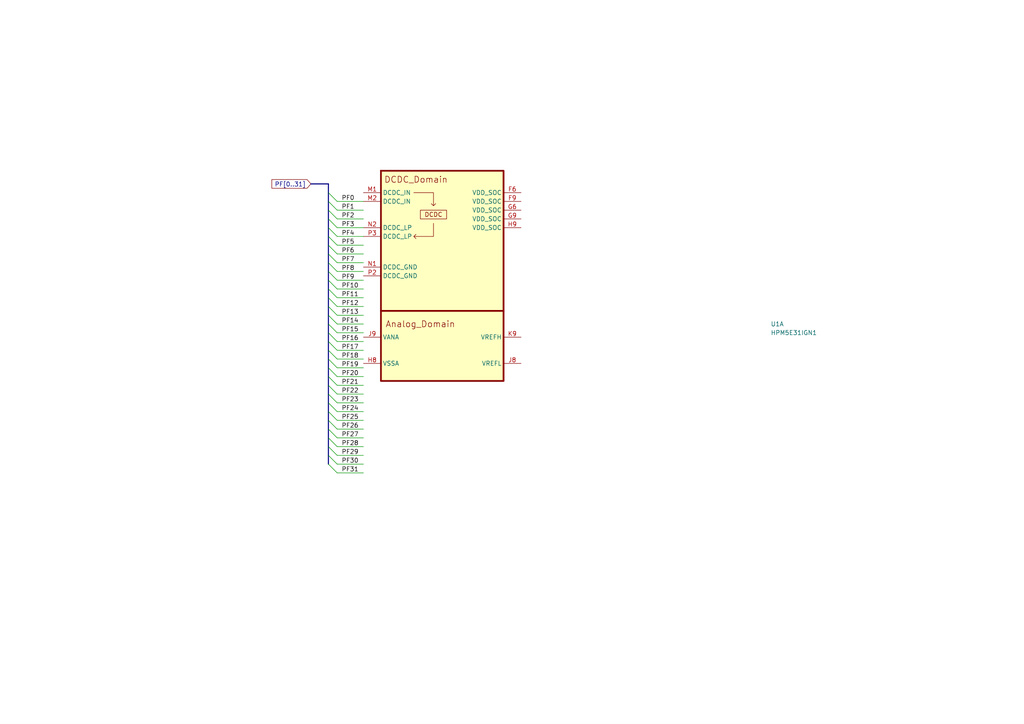
<source format=kicad_sch>
(kicad_sch (version 20250114) (generator "eeschema") (generator_version "9.0")
  (paper "A4")
  (lib_symbols
    (symbol "HPM5E00_Library:HPM5E31IGN1"
      (property "Reference" "U" (at 2.54 1.27 0))
      (property "Value" "HPM5E31IGN1" (at 12.7 1.27 0))
      (symbol "HPM5E31IGN1_1_1"
        (rectangle (start 0 0) (end 35.56 -60.96) (stroke (width 0.508)) (fill (type background)))
        (polyline (pts (xy 0 -40.64) (xy 35.56 -40.64)) (stroke (width 0.508)))
        (polyline (pts (xy 9.525 -6.35) (xy 15.24 -6.35) (xy 15.24 -10.16) (xy 14.605 -9.525) (xy 15.24 -10.16) (xy 15.875 -9.525)))
        (rectangle (start 11.43 -11.43) (end 19.05 -13.97))
        (polyline (pts (xy 15.24 -15.24) (xy 15.24 -19.05) (xy 9.525 -19.05) (xy 10.16 -18.415) (xy 9.525 -19.05) (xy 10.16 -19.685)))
        (text "DCDC_Domain" (at 10.16 -2.54 0) (effects (font (size 1.778 1.778))))
        (text "Analog_Domain" (at 11.43 -44.45 0) (effects (font (size 1.778 1.778))))
        (text "DCDC" (at 15.24 -12.7 0) (effects (font (size 1.27 1.27))))
        (pin power_in line (at -5.08 -6.35 0) (length 5.08) (name "DCDC_IN") (number "M1"))
        (pin power_in line (at -5.08 -8.89 0) (length 5.08) (name "DCDC_IN") (number "M2"))
        (pin power_in line (at -5.08 -16.51 0) (length 5.08) (name "DCDC_LP") (number "N2"))
        (pin power_in line (at -5.08 -19.05 0) (length 5.08) (name "DCDC_LP") (number "P3"))
        (pin power_in line (at -5.08 -27.94 0) (length 5.08) (name "DCDC_GND") (number "N1"))
        (pin power_in line (at -5.08 -30.48 0) (length 5.08) (name "DCDC_GND") (number "P2"))
        (pin power_in line (at -5.08 -48.26 0) (length 5.08) (name "VANA") (number "J9"))
        (pin power_in line (at -5.08 -55.88 0) (length 5.08) (name "VSSA") (number "H8"))
        (pin power_in line (at 40.64 -6.35 180) (length 5.08) (name "VDD_SOC") (number "F6"))
        (pin power_in line (at 40.64 -8.89 180) (length 5.08) (name "VDD_SOC") (number "F9"))
        (pin power_in line (at 40.64 -11.43 180) (length 5.08) (name "VDD_SOC") (number "G6"))
        (pin power_in line (at 40.64 -13.97 180) (length 5.08) (name "VDD_SOC") (number "G9"))
        (pin power_in line (at 40.64 -16.51 180) (length 5.08) (name "VDD_SOC") (number "H9"))
        (pin power_in line (at 40.64 -48.26 180) (length 5.08) (name "VREFH") (number "K9"))
        (pin power_in line (at 40.64 -55.88 180) (length 5.08) (name "VREFL") (number "J8"))
      )
      (symbol "HPM5E31IGN1_2_1"
        (rectangle (start 0 0) (end 35.56 -27.94) (stroke (width 0.508)) (fill (type background)))
        (pin power_in line (at -5.08 -5.08 0) (length 5.08) (name "VSS") (number "A1"))
        (pin power_in line (at -5.08 -7.62 0) (length 5.08) (name "VSS") (number "A14"))
        (pin power_in line (at -5.08 -10.16 0) (length 5.08) (name "VSS") (number "E5"))
        (pin power_in line (at -5.08 -12.7 0) (length 5.08) (name "VSS") (number "E10"))
        (pin power_in line (at -5.08 -15.24 0) (length 5.08) (name "VSS") (number "F7"))
        (pin power_in line (at -5.08 -17.78 0) (length 5.08) (name "VSS") (number "F8"))
        (pin power_in line (at -5.08 -20.32 0) (length 5.08) (name "VSS") (number "G7"))
        (pin power_in line (at -5.08 -22.86 0) (length 5.08) (name "VSS") (number "G8"))
        (pin power_in line (at 40.64 -5.08 180) (length 5.08) (name "VSS") (number "H7"))
        (pin power_in line (at 40.64 -7.62 180) (length 5.08) (name "VSS") (number "J7"))
        (pin power_in line (at 40.64 -10.16 180) (length 5.08) (name "VSS") (number "K5"))
        (pin power_in line (at 40.64 -12.7 180) (length 5.08) (name "VSS") (number "K10"))
        (pin power_in line (at 40.64 -15.24 180) (length 5.08) (name "VSS") (number "N3"))
        (pin power_in line (at 40.64 -17.78 180) (length 5.08) (name "VSS") (number "P1"))
        (pin power_in line (at 40.64 -20.32 180) (length 5.08) (name "VSS") (number "P14"))
      )
      (symbol "HPM5E31IGN1_3_1"
        (rectangle (start 0 0) (end 35.56 -45.72) (stroke (width 0.508)) (fill (type background)))
        (polyline (pts (xy 0 -25.4) (xy 35.56 -25.4)) (stroke (width 0.508)))
        (pin input line (at -5.08 -6.35 0) (length 5.08) (name "XTALI") (number "K14"))
        (pin input line (at -5.08 -16.51 0) (length 5.08) (name "XTALO") (number "K13"))
        (pin input line (at -5.08 -33.02 0) (length 5.08) (name "USB0_VBUS") (number "L12"))
        (pin input line (at 40.64 -6.35 180) (length 5.08) (name "RSTN") (number "M3"))
        (pin input line (at 40.64 -16.51 180) (length 5.08) (name "WKUP") (number "L3"))
        (pin input line (at 40.64 -33.02 180) (length 5.08) (name "USB0_DP") (number "L14"))
        (pin input line (at 40.64 -39.37 180) (length 5.08) (name "USB0_DN") (number "L13"))
      )
      (symbol "HPM5E31IGN1_4_1"
        (rectangle (start 0 0) (end 107.95 -96.52) (stroke (width 0.508)) (fill (type background)))
        (polyline (pts (xy 0 -17.78) (xy 107.95 -17.78)) (stroke (width 0.508)))
        (polyline (pts (xy 0 -46.99) (xy 107.95 -46.99)) (stroke (width 0.508) (type dash)))
        (text "PA00-PA09" (at 27.94 -15.24 0) (effects (font (size 2.54 2.54) (italic yes))))
        (text "PA16-PA31" (at 27.94 -49.53 0) (effects (font (size 2.54 2.54) (italic yes))))
        (pin input line (at -5.08 -3.81 0) (length 5.08) (name "VIO_B01") (number "E6"))
        (pin input line (at -5.08 -6.35 0) (length 5.08) (name "VIO_B01") (number "E7"))
        (pin input line (at -5.08 -8.89 0) (length 5.08) (name "VIO_B01") (number "E8"))
        (pin input line (at -5.08 -11.43 0) (length 5.08) (name "VIO_B01") (number "E9"))
        (pin input line (at -5.08 -13.97 0) (length 5.08) (name "VIO_B01") (number "K6"))
        (pin input line (at -5.08 -21.59 0) (length 5.08) (name "PA00/GPTMR1.COMP0/UART0.TXD/MCAN0.TXD/PWM0.P0/TRGM.P00/SYSCTL.CLK_OBS0") (number "G2"))
        (pin input line (at -5.08 -24.13 0) (length 5.08) (name "PA01/GPTMR1.CAPT0/UART0.RXD/MCAN0.RXD/PWM0.P1/TRGM.P01/SYSCTL.CLK_OBS2") (number "G3"))
        (pin input line (at -5.08 -26.67 0) (length 5.08) (name "PA02/GPTMR1.COMP1/UART0.DE/UART0.RTS/I2C2.SCL/MCAN0.STBY/PWM0.P2/TRGM.P02/SYSCTL.CLK_OBS1") (number "G4"))
        (pin input line (at -5.08 -29.21 0) (length 5.08) (name "PA03/GPTMR1.CAPT1/UART0.CTS/I2C2.SDA/MCAN1.STBY/PWM0.P3/TRGM.P03/SYSCTL.CLK_OBS3") (number "G5"))
        (pin input line (at -5.08 -31.75 0) (length 5.08) (name "PA04/UART1.CTS/SPI1.SCLK/MCAN1.RXD/PWM0.P4/TRGM.P04/JTAG.TDO") (number "F2"))
        (pin input line (at -5.08 -34.29 0) (length 5.08) (name "PA05/GPTMR1.COMP2/UART1.DE/UART1.RTS/SPI1.CS0/MCAN1.TXD/PWM0.P5/TRGM.P05/JTAG.TDI") (number "F3"))
        (pin input line (at -5.08 -36.83 0) (length 5.08) (name "PA06/GPTMR0.CAPT0/UART1.RXD/I2C3.SDA/SPI1.MISO/PWM0.P6/TRGM.P06/JTAG.TCK") (number "F4"))
        (pin input line (at -5.08 -39.37 0) (length 5.08) (name "PA07/GPTMR0.COMP0/UART1.TXD/I2C3.SCL/SPI1.MOSI/PWM0.P7/TRGM.P07/JTAG.TMS") (number "F5"))
        (pin input line (at -5.08 -41.91 0) (length 5.08) (name "PA08/GPTMR0.COMP1/UART2.TXD/I2C0.SCL/MCAN2.TXD/PWM1.P0/TRGM.P08/JTAG.TRST") (number "G1"))
        (pin input line (at -5.08 -44.45 0) (length 5.08) (name "PA09/GPTMR0.CAPT1/UART2.RXD/I2C0.SDA/MCAN2.RXD/ESC0.REFCK/PWM1.P1/TRGM.P09") (number "F1"))
        (pin input line (at -5.08 -53.34 0) (length 5.08) (name "PA16/GPTMR3.COMP0/UART4.TXD/ESC0.P0_RXDV/QEO1.A/SDM0.DAT3/EUI0.CK") (number "L1"))
        (pin input line (at -5.08 -55.88 0) (length 5.08) (name "PA17/GPTMR3.CAPT0/UART4.RXD/ESC0.P0_RXD0/QEO1.B/SDM0.CLK3/EUI0.SH") (number "L2"))
        (pin input line (at -5.08 -58.42 0) (length 5.08) (name "PA18/GPTMR3.COMP1/UART4.DE/UART4.RTS/ESC0.P0_RXD1/QEO1.Z/SDM0.DAT2/EUI0.DI") (number "K1"))
        (pin input line (at -5.08 -60.96 0) (length 5.08) (name "PA19/GPTMR3.CAPT1/UART4.CTS/SPI3.CS3/ESC0.P0_RXD2/SDM0.CLK2/EUI0.DO") (number "K2"))
        (pin input line (at -5.08 -63.5 0) (length 5.08) (name "PA20/UART5.CTS/SPI2.SCLK/ESC0.P0_RXD3/SDM0.DAT1") (number "J1"))
        (pin input line (at -5.08 -66.04 0) (length 5.08) (name "PA21/GPTMR3.COMP2/UART5.DE/UART5.RTS/SPI2.CS0/ESC0.P0_RXCK/QEO0.Z/SDM0.CLK1/OWR0.DAT") (number "J2"))
        (pin input line (at -5.08 -68.58 0) (length 5.08) (name "PA22/GPTMR2.CAPT0/UART5.RXD/SPI2.MISO/ETH0.TXER/QEO0.B/SDM0.DAT0/OWR1.DAT") (number "H1"))
        (pin input line (at -5.08 -71.12 0) (length 5.08) (name "PA23/GPTMR2.COMP0/UART5.TXD/SPI2.MOSI/ESC0.P0_RXER/ETH0.RXER/QEO0.A/SDM0.CLK0") (number "H2"))
        (pin input line (at -5.08 -73.66 0) (length 5.08) (name "PA24/GPTMR2.COMP1/UART6.TXD/SPI3.CS2/ESC0.P0_TXCK") (number "K3"))
        (pin input line (at -5.08 -76.2 0) (length 5.08) (name "PA25/GPTMR2.CAPT1/UART6.RXD/SPI3.CS1/ESC0.P0_TXD0/ESC0.CTR0") (number "K4"))
        (pin input line (at -5.08 -78.74 0) (length 5.08) (name "PA26/GPTMR2.COMP2/UART6.DE/UART6.RTS/SPI3.SCLK/ESC0.P0_TXD1/QEI1.H1/EWDG0.RST") (number "J3"))
        (pin input line (at -5.08 -81.28 0) (length 5.08) (name "PA27/UART6.CTS/SPI3.CS0/ESC0.P0_TXD2/QEI1.F") (number "J4"))
        (pin input line (at -5.08 -83.82 0) (length 5.08) (name "PA28/UART7.CTS/SPI3.MISO/ESC0.P0_TXD3/ESC0.CTR1/QEI1.H0") (number "J5"))
        (pin input line (at -5.08 -86.36 0) (length 5.08) (name "PA29/GPTMR3.COMP3/UART7.DE/UART7.RTS/SPI3.MOSI/ESC0.P0_TXEN/QEI1.Z") (number "H3"))
        (pin input line (at -5.08 -88.9 0) (length 5.08) (name "PA30/UART7.RXD/SPI3.DAT2/ESC0.MDIO/ETH0.MDIO/QEI1.A") (number "H4"))
        (pin input line (at -5.08 -91.44 0) (length 5.08) (name "PA31/GPTMR2.COMP3/UART7.TXD/SPI3.DAT3/ESC0.MDC/ETH0.MDC/QEI1.B") (number "H5"))
      )
      (symbol "HPM5E31IGN1_5_1"
        (rectangle (start 0 0) (end 95.25 -67.31) (stroke (width 0.508)) (fill (type background)))
        (polyline (pts (xy 0 -6.35) (xy 95.25 -6.35)) (stroke (width 0.508)))
        (polyline (pts (xy 0 -39.37) (xy 95.25 -39.37)) (stroke (width 0.508) (type dash)))
        (text "PB00-PB11" (at 26.67 -3.81 0) (effects (font (size 2.54 2.54) (italic yes))))
        (text "PB24-PB31" (at 26.67 -41.91 0) (effects (font (size 2.54 2.54) (italic yes))))
        (pin input line (at -5.08 -8.89 0) (length 5.08) (name "PB00/MCAN0.TXD/ESC0.P0_RXDV/PWM0.P0/TRGM.P00/ETH0.RXDV/QEO1.A") (number "E1"))
        (pin input line (at -5.08 -11.43 0) (length 5.08) (name "PB01/MCAN0.RXD/ESC0.P0_RXD0/PWM0.P1/TRGM.P01/ETH0.RXD0/QEO1.B") (number "E2"))
        (pin input line (at -5.08 -13.97 0) (length 5.08) (name "PB02/I2C2.SCL/MCAN0.STBY/ESC0.P0_RXD1/PWM0.P2/TRGM.P02/ETH0.RXD1/QEI0.H1/QEO1.Z") (number "D1"))
        (pin input line (at -5.08 -16.51 0) (length 5.08) (name "PB03/I2C2.SDA/MCAN1.STBY/ESC0.P0_RXD2/PWM0.P3/TRGM.P03/ETH0.RXD2/QEI0.F") (number "D2"))
        (pin input line (at -5.08 -19.05 0) (length 5.08) (name "PB04/MCAN1.RXD/ESC0.P0_RXD3/PWM0.P4/TRGM.P04/ETH0.RXD3/QEI0.H0") (number "C1"))
        (pin input line (at -5.08 -21.59 0) (length 5.08) (name "PB05/MCAN1.TXD/ESC0.P0_RXCK/PWM0.P5/TRGM.P05/ETH0.RXCK/QEI0.Z/QEO0.Z") (number "C2"))
        (pin input line (at -5.08 -24.13 0) (length 5.08) (name "PB06/I2C3.SDA/ESC0.P0_TXCK/PWM0.P6/TRGM.P06/ETH0.TXCK/QEI0.B/QEO0.B") (number "E3"))
        (pin input line (at -5.08 -26.67 0) (length 5.08) (name "PB07/I2C3.SCL/ESC0.P0_TXD0/PWM0.P7/TRGM.P07/ETH0.TXD0/QEI0.A/QEO0.A") (number "E4"))
        (pin input line (at -5.08 -29.21 0) (length 5.08) (name "PB08/I2C0.SCL/MCAN2.TXD/ESC0.P0_TXD1/PWM1.P0/TRGM.P08/ETH0.TXD1") (number "D3"))
        (pin input line (at -5.08 -31.75 0) (length 5.08) (name "PB09/I2C0.SDA/MCAN2.RXD/ESC0.P0_TXD2/PWM1.P1/TRGM.P09/ETH0.TXD2") (number "D4"))
        (pin input line (at -5.08 -34.29 0) (length 5.08) (name "PB10/MCAN2.STBY/ESC0.P0_TXD3/PWM1.P2/TRGM.P10/ETH0.TXD3") (number "C3"))
        (pin input line (at -5.08 -36.83 0) (length 5.08) (name "PB11/ESC0.P0_TXEN/PWM1.P3/TRGM.P11/ETH0.TXEN") (number "C4"))
        (pin input line (at -5.08 -45.72 0) (length 5.08) (name "PB24/ESC0.CTR4/XPI0.CA_CS1/SDM0.CLK3/ETH0.EVTI0/ESC0.EVTI0") (number "A2"))
        (pin input line (at -5.08 -48.26 0) (length 5.08) (name "PB25/ESC0.CTR5/XPI0.CA_DQS/SDM0.DAT3/ETH0.EVTO0/ESC0.EVTO0") (number "B1"))
        (pin input line (at -5.08 -50.8 0) (length 5.08) (name "PB26/ESC0.CTR6/XPI0.CA_D2/QEI1.H1/SDM0.CLK2/ETH0.EVTI1/EUI1.CK/ESC0.EVTI1") (number "A3"))
        (pin input line (at -5.08 -53.34 0) (length 5.08) (name "PB27/ESC0.CTR7/XPI0.CA_D0/QEI1.F/SDM0.DAT2/EUI1.SH") (number "B2"))
        (pin input line (at -5.08 -55.88 0) (length 5.08) (name "PB28/ESC0.CTR8/XPI0.CA_D1/QEI1.H0/SDM0.CLK1/EUI1.DI") (number "A4"))
        (pin input line (at -5.08 -58.42 0) (length 5.08) (name "PB29/XPI0.CA_SCLK/QEI1.Z/SDM0.DAT1/ETH0.EVTO1/EUI1.DO/ESC0.EVTO1") (number "B3"))
        (pin input line (at -5.08 -60.96 0) (length 5.08) (name "PB30/ESC0.CTR7/XPI0.CA_CS0/QEI1.A/SDM0.CLK0") (number "A5"))
        (pin input line (at -5.08 -63.5 0) (length 5.08) (name "PB31/ESC0.CTR8/XPI0.CA_D3/QEI1.B/SDM0.DAT0") (number "B4"))
      )
      (symbol "HPM5E31IGN1_6_1"
        (rectangle (start 0 0) (end 187.96 -93.98) (stroke (width 0.508)) (fill (type background)))
        (polyline (pts (xy 0 -6.35) (xy 187.96 -6.35)) (stroke (width 0.508)))
        (text "PC00-PC31" (at 22.86 -3.81 0) (effects (font (size 2.54 2.54) (italic yes))))
        (pin input line (at -5.08 -10.16 0) (length 5.08) (name "PC00/GPTMR1.COMP0/UART0.TXD/MCAN0.TXD/ESC0.GPI63/ESC0.GPO00/PPI0.DQ24/XPI0.CB_CS0/PWM0.P0/TRGM.P00/ESC0.GPI15/OWR0.DAT") (number "B5"))
        (pin input line (at -5.08 -12.7 0) (length 5.08) (name "PC01/GPTMR1.CAPT0/UART0.RXD/MCAN0.RXD/ESC0.GPI62/ESC0.GPO01/PPI0.DQ25/XPI0.CB_D1/PWM0.P1/TRGM.P01/ESC0.GPI14/OWR1.DAT") (number "A6"))
        (pin input line (at -5.08 -15.24 0) (length 5.08) (name "PC02/GPTMR1.COMP1/UART0.DE/UART0.RTS/I2C2.SCL/MCAN0.STBY/ESC0.GPI61/ESC0.GPO02/PPI0.DQ22/XPI0.CB_D2/PWM0.P2/TRGM.P02/ESC0.GPI13/QEI0.H1") (number "B6"))
        (pin input line (at -5.08 -17.78 0) (length 5.08) (name "PC03/GPTMR1.CAPT1/UART0.CTS/I2C2.SDA/SPI1.CS3/MCAN1.STBY/ESC0.GPI60/ESC0.GPO03/PPI0.DQ26/XPI0.CB_D3/PWM0.P3/TRGM.P03/ESC0.GPI12/QEI0.F") (number "A7"))
        (pin input line (at -5.08 -20.32 0) (length 5.08) (name "PC04/UART1.CTS/SPI0.SCLK/MCAN1.RXD/ESC0.GPI59/ESC0.GPO04/PPI0.DQ27/XPI0.CB_SCLK/PWM0.P4/TRGM.P04/ESC0.GPI11/QEI0.H0") (number "B7"))
        (pin input line (at -5.08 -22.86 0) (length 5.08) (name "PC05/GPTMR1.COMP2/UART1.DE/UART1.RTS/SPI0.CS0/MCAN1.TXD/ESC0.GPI58/ESC0.GPO05/PPI0.DQ28/XPI0.CA_CS0/PWM0.P5/TRGM.P05/ESC0.GPI10/QEI0.Z/QEO0.Z") (number "A8"))
        (pin input line (at -5.08 -25.4 0) (length 5.08) (name "PC06/GPTMR0.CAPT0/UART1.RXD/I2C3.SDA/SPI0.MISO/ESC0.GPI57/ESC0.GPO06/PPI0.DQ29/XPI0.CA_D1/PWM0.P6/TRGM.P06/ESC0.GPI09/QEI0.B/QEO0.B") (number "B8"))
        (pin input line (at -5.08 -27.94 0) (length 5.08) (name "PC07/GPTMR0.COMP0/UART1.TXD/I2C3.SCL/SPI0.MOSI/ESC0.GPI56/ESC0.GPO07/PPI0.DQ30/XPI0.CA_D3/PWM0.P7/TRGM.P07/ESC0.GPI08/QEI0.A/QEO0.A") (number "A9"))
        (pin input line (at -5.08 -30.48 0) (length 5.08) (name "PC08/GPTMR0.COMP1/UART2.TXD/I2C0.SCL/SPI1.CS2/MCAN2.TXD/ESC0.GPI55/ESC0.GPO08/PPI0.DQ31/XPI0.CA_SCLK/PWM1.P0/TRGM.P08/ESC0.GPI07") (number "B9"))
        (pin input line (at -5.08 -33.02 0) (length 5.08) (name "PC09/GPTMR0.CAPT1/UART2.RXD/I2C0.SDA/SPI1.CS1/MCAN2.RXD/ESC0.GPI54/ESC0.GPO09/PPI0.DQ23/XPI0.CB_CS1/PWM1.P1/TRGM.P09/ESC0.GPI06/QEI1.H1/ESC0.CTR0") (number "C5"))
        (pin input line (at -5.08 -35.56 0) (length 5.08) (name "PC10/GPTMR0.COMP2/UART2.DE/UART2.RTS/SPI1.SCLK/MCAN2.STBY/ESC0.GPI53/ESC0.GPO10/PPI0.DQ20/XPI0.CB_D0/PWM1.P2/TRGM.P10/ESC0.GPI05/QEI1.F/ESC0.CTR1") (number "D5"))
        (pin input line (at -5.08 -38.1 0) (length 5.08) (name "PC11/UART2.CTS/SPI1.CS0/ESC0.GPI52/ESC0.GPO11/PPI0.DQ21/XPI0.CB_DQS/PWM1.P3/TRGM.P11/ESC0.GPI04/QEI1.H0/ESC0.CTR2") (number "C6"))
        (pin input line (at -5.08 -40.64 0) (length 5.08) (name "PC12/UART3.CTS/I2C1.SDA/SPI1.MISO/ESC0.GPI51/ESC0.GPO12/PPI0.DM2/XPI0.CA_D2/PWM1.P4/TRGM.P12/ESC0.GPI03/QEI1.Z/QEO1.Z/ESC0.CTR3") (number "D6"))
        (pin input line (at -5.08 -43.18 0) (length 5.08) (name "PC13/GPTMR1.COMP3/UART3.DE/UART3.RTS/I2C1.SCL/SPI1.MOSI/MCAN3.STBY/ESC0.GPI50/ESC0.GPO13/PPI0.DQ18/XPI0.CA_CS1/PWM1.P5/TRGM.P13/ESC0.GPI02/QEI1.A/QEO1.A/ESC0.CTR4") (number "C7"))
        (pin input line (at -5.08 -45.72 0) (length 5.08) (name "PC14/UART3.RXD/SPI1.DAT2/MCAN3.RXD/ESC0.GPI49/ESC0.GPO14/PPI0.DQ19/PWM1.P6/TRGM.P14/ESC0.GPI01/QEI1.B/QEO1.B/ESC0.CTR5") (number "D7"))
        (pin input line (at -5.08 -48.26 0) (length 5.08) (name "PC15/GPTMR0.COMP3/UART3.TXD/SPI1.DAT3/MCAN3.TXD/ESC0.GPI48/ESC0.GPO15/PPI0.DM3/XPI0.CA_D0/PWM1.P7/TRGM.P15/ESC0.GPI00/ESC0.CTR6") (number "C8"))
        (pin input line (at -5.08 -50.8 0) (length 5.08) (name "PC16/GPTMR3.COMP0/UART4.TXD/ESC0.GPI47/ESC0.GPO16/PPI0.DQ16/XPI0.CA_DQS/ESC0.CTR7") (number "D8"))
        (pin input line (at -5.08 -53.34 0) (length 5.08) (name "PC17/GPTMR3.CAPT0/UART4.RXD/ESC0.GPI46/ESC0.GPO17/PPI0.DQ17/ESC0.CTR8") (number "C9"))
        (pin input line (at -5.08 -55.88 0) (length 5.08) (name "PC18/GPTMR3.COMP1/UART4.DE/UART4.RTS/ESC0.GPI45/ESC0.GPO18/PPI0.DQ04/ESC0.CTR0") (number "A10"))
        (pin input line (at -5.08 -58.42 0) (length 5.08) (name "PC19/GPTMR3.CAPT1/UART4.CTS/SPI2.CS3/ESC0.GPI44/ESC0.GPO19/PPI0.DQ05/ESC0.CTR1") (number "B10"))
        (pin input line (at -5.08 -60.96 0) (length 5.08) (name "PC20/UART5.CTS/SPI3.SCLK/ESC0.GPI43/ESC0.GPO20/PPI0.DQ06/ESC0.CTR2") (number "A11"))
        (pin input line (at -5.08 -63.5 0) (length 5.08) (name "PC21/GPTMR3.COMP2/UART5.DE/UART5.RTS/SPI3.CS0/ESC0.GPI42/ESC0.GPO21/PPI0.DQ07/ESC0.CTR3/QEO1.Z") (number "B11"))
        (pin input line (at -5.08 -66.04 0) (length 5.08) (name "PC22/GPTMR2.CAPT0/UART5.RXD/SPI3.MISO/ESC0.GPI41/ESC0.GPO22/PPI0.CTR2/QEO1.B") (number "A12"))
        (pin input line (at -5.08 -68.58 0) (length 5.08) (name "PC23/GPTMR2.COMP0/UART5.TXD/SPI3.MOSI/ESC0.GPI40/ESC0.GPO23/PPI0.DQ08/QEO1.A") (number "A13"))
        (pin input line (at -5.08 -71.12 0) (length 5.08) (name "PC24/GPTMR2.COMP1/UART6.TXD/SPI2.CS2/ESC0.GPI39/ESC0.GPO24/PPI0.DQ09") (number "B14"))
        (pin input line (at -5.08 -73.66 0) (length 5.08) (name "PC25/GPTMR2.CAPT1/UART6.RXD/SPI2.CS1/ESC0.GPI38/ESC0.GPO25/PPI0.DQ11") (number "C14"))
        (pin input line (at -5.08 -76.2 0) (length 5.08) (name "PC26/GPTMR2.COMP2/UART6.DE/UART6.RTS/SPI2.SCLK/ESC0.GPI37/ESC0.GPO26/PPI0.DQ12/QEI1.H1") (number "D14"))
        (pin input line (at -5.08 -78.74 0) (length 5.08) (name "PC27/UART6.CTS/SPI2.CS0/ESC0.GPI36/ESC0.GPO27/PPI0.CTR0/ESC0.CTR4/QEI1.F") (number "D13"))
        (pin input line (at -5.08 -81.28 0) (length 5.08) (name "PC28/UART7.CTS/SPI2.MISO/ESC0.GPI35/ESC0.GPO28/PPI0.DM0/ESC0.CTR5/QEI1.H0") (number "E14"))
        (pin input line (at -5.08 -83.82 0) (length 5.08) (name "PC29/GPTMR3.COMP3/UART7.DE/UART7.RTS/SPI2.MOSI/ESC0.GPI34/ESC0.GPO29/PPI0.CLK/ESC0.CTR6/QEI1.Z/SOC.REF0") (number "E13"))
        (pin input line (at -5.08 -86.36 0) (length 5.08) (name "PC30/UART7.RXD/SPI2.DAT2/ESC0.GPI33/ESC0.GPO30/PPI0.CS0/ESC0.CTR7/QEI1.A/SOC.REF1") (number "F14"))
        (pin input line (at -5.08 -88.9 0) (length 5.08) (name "PC31/GPTMR2.COMP3/UART7.TXD/SPI2.DAT3/ESC0.GPI32/ESC0.GPO31/PPI0.CS1/ESC0.CTR8/QEI1.B") (number "F13"))
      )
      (symbol "HPM5E31IGN1_7_1"
        (rectangle (start 0 0) (end 130.81 -92.71) (stroke (width 0.508)) (fill (type background)))
        (polyline (pts (xy 0 -5.08) (xy 130.81 -5.08)) (stroke (width 0.508)))
        (text "PD00-PD31" (at 22.86 -2.54 0) (effects (font (size 2.54 2.54) (italic yes))))
        (pin input line (at -5.08 -8.89 0) (length 5.08) (name "PD00/MCAN0.TXD/ESC0.GPI31/ESC0.GPO32/PPI0.DQ02/PWM0.P0/TRGM.P00/ESC0.REFCK/ESC0.CTR0") (number "D9"))
        (pin input line (at -5.08 -11.43 0) (length 5.08) (name "PD01/MCAN0.RXD/ESC0.GPI30/ESC0.GPO33/PPI0.DQ03/PWM0.P1/TRGM.P01/ESC0.REFCK/ESC0.CTR1") (number "C10"))
        (pin input line (at -5.08 -13.97 0) (length 5.08) (name "PD02/I2C2.SCL/MCAN0.STBY/ESC0.GPI29/ESC0.GPO34/PPI0.DQ00/PWM0.P2/TRGM.P02/ESC0.SCL/QEI0.H1/EWDG1.RST/ESC0.CTR2") (number "D10"))
        (pin input line (at -5.08 -16.51 0) (length 5.08) (name "PD03/I2C2.SDA/MCAN1.STBY/ESC0.GPI28/ESC0.GPO35/PPI0.DQ01/PWM0.P3/TRGM.P03/ESC0.SDA/QEI0.F/ESC0.CTR3") (number "C11"))
        (pin input line (at -5.08 -19.05 0) (length 5.08) (name "PD04/MCAN1.RXD/ESC0.GPI27/ESC0.GPO36/PPI0.DQ10/PWM0.P4/TRGM.P04/QEI0.H0/ESC0.CTR4") (number "D11"))
        (pin input line (at -5.08 -21.59 0) (length 5.08) (name "PD05/MCAN1.TXD/ESC0.GPI26/ESC0.GPO37/PPI0.DQ13/PWM0.P5/TRGM.P05/QEI0.Z/QEO0.Z/ESC0.CTR5") (number "B12"))
        (pin input line (at -5.08 -24.13 0) (length 5.08) (name "PD06/I2C3.SDA/ESC0.GPI25/ESC0.GPO38/PPI0.DQ14/PWM0.P6/TRGM.P06/QEI0.B/QEO0.B/ESC0.CTR6") (number "C12"))
        (pin input line (at -5.08 -26.67 0) (length 5.08) (name "PD07/I2C3.SCL/ESC0.GPI24/ESC0.GPO39/PPI0.CTR3/PWM0.P7/TRGM.P07/QEI0.A/QEO0.A/ESC0.CTR7") (number "B13"))
        (pin input line (at -5.08 -29.21 0) (length 5.08) (name "PD08/I2C0.SCL/MCAN2.TXD/ESC0.GPI23/ESC0.GPO40/PPI0.CS3/PWM1.P0/TRGM.P08/ESC0.SCL/ESC0.CTR8") (number "C13"))
        (pin input line (at -5.08 -31.75 0) (length 5.08) (name "PD09/I2C0.SDA/MCAN2.RXD/ESC0.GPI22/ESC0.GPO41/PWM1.P1/TRGM.P09/ESC0.SDA") (number "D12"))
        (pin input line (at -5.08 -34.29 0) (length 5.08) (name "PD10/MCAN2.STBY/ESC0.GPI21/ESC0.GPO42/PPI0.CTR1/PWM1.P2/TRGM.P10") (number "E12"))
        (pin input line (at -5.08 -36.83 0) (length 5.08) (name "PD11/ESC0.GPI20/ESC0.GPO43/PPI0.CS2/PWM1.P3/TRGM.P11") (number "E11"))
        (pin input line (at -5.08 -39.37 0) (length 5.08) (name "PD12/I2C1.SDA/ESC0.GPI19/ESC0.GPO44/PPI0.DQ15/PWM1.P4/TRGM.P12") (number "F12"))
        (pin input line (at -5.08 -41.91 0) (length 5.08) (name "PD13/I2C1.SCL/MCAN3.STBY/ESC0.GPI18/ESC0.GPO45/PPI0.DM1/PWM1.P5/TRGM.P13") (number "F11"))
        (pin input line (at -5.08 -44.45 0) (length 5.08) (name "PD14/MCAN3.RXD/ESC0.GPI17/ESC0.GPO46/PPI0.DQ08/PWM1.P6/TRGM.P14/ESC0.REFCK/SYSCTL.CLK_OBS3") (number "G14"))
        (pin input line (at -5.08 -46.99 0) (length 5.08) (name "PD15/MCAN3.TXD/ESC0.GPI16/ESC0.GPO47/PPI0.DM1/PWM1.P7/TRGM.P15/ESC0.REFCK/SYSCTL.CLK_OBS2") (number "G13"))
        (pin input line (at -5.08 -49.53 0) (length 5.08) (name "PD16/ESC0.GPI15/ESC0.GPO48/PPI0.DQ10/ESC0.GPO00/SYSCTL.CLK_OBS0/ESC0.P2_RXDV") (number "G12"))
        (pin input line (at -5.08 -52.07 0) (length 5.08) (name "PD17/ESC0.GPI14/ESC0.GPO49/PPI0.DQ09/ESC0.GPO01/SYSCTL.CLK_OBS1/ESC0.P2_RXD0") (number "H14"))
        (pin input line (at -5.08 -54.61 0) (length 5.08) (name "PD18/ESC0.GPI13/ESC0.GPO50/PPI0.DQ12/ESC0.GPO02/ESC0.P2_RXD1") (number "H13"))
        (pin input line (at -5.08 -57.15 0) (length 5.08) (name "PD19/ESC0.GPI12/ESC0.GPO51/PPI0.DQ11/ESC0.GPO03/ESC0.P2_RXD2") (number "H12"))
        (pin input line (at -5.08 -59.69 0) (length 5.08) (name "PD20/ESC0.GPI11/ESC0.GPO52/PPI0.DQ14/ESC0.GPO04/ESC0.P2_RXD3") (number "J14"))
        (pin input line (at -5.08 -62.23 0) (length 5.08) (name "PD21/ESC0.GPI10/ESC0.GPO53/PPI0.DQ13/ESC0.GPO05/QEO1.Z/ESC0.P2_RXCK") (number "J13"))
        (pin input line (at -5.08 -64.77 0) (length 5.08) (name "PD22/ESC0.GPI09/ESC0.GPO54/PPI0.DQ15/ESC0.GPO06/QEO1.B/ESC0.P2_RXER") (number "J12"))
        (pin input line (at -5.08 -67.31 0) (length 5.08) (name "PD23/ESC0.GPI08/ESC0.GPO55/PPI0.DM0/ESC0.GPO07/QEO1.A/ESC0.P2_TXCK") (number "F10"))
        (pin input line (at -5.08 -69.85 0) (length 5.08) (name "PD24/ESC0.GPI07/ESC0.GPO56/PPI0.DQ06/ESC0.GPO08/SDM0.DAT3/ESC0.P2_TXD0") (number "G11"))
        (pin input line (at -5.08 -72.39 0) (length 5.08) (name "PD25/ESC0.GPI06/ESC0.GPO57/PPI0.DQ07/ESC0.GPO09/SDM0.CLK3/OWR0.DAT/ESC0.P2_TXD1") (number "G10"))
        (pin input line (at -5.08 -74.93 0) (length 5.08) (name "PD26/ESC0.GPI05/ESC0.GPO58/PPI0.DQ05/ESC0.GPO10/QEI1.H1/SDM0.CLK2/OWR1.DAT/ESC0.P2_TXD2") (number "H11"))
        (pin input line (at -5.08 -77.47 0) (length 5.08) (name "PD27/ESC0.GPI04/ESC0.GPO59/PPI0.DQ04/ESC0.GPO11/QEI1.F/SDM0.DAT2/ESC0.P2_TXD3") (number "H10"))
        (pin input line (at -5.08 -80.01 0) (length 5.08) (name "PD28/ESC0.GPI03/ESC0.GPO60/PPI0.DQ03/ESC0.GPO12/QEI1.H0/SDM0.CLK1/ESC0.P2_TXEN") (number "J11"))
        (pin input line (at -5.08 -82.55 0) (length 5.08) (name "PD29/ESC0.GPI02/ESC0.GPO61/PPI0.DQ02/ESC0.GPO13/QEI1.Z/SDM0.DAT1/ESC0.REFCK") (number "J10"))
        (pin input line (at -5.08 -85.09 0) (length 5.08) (name "PD30/ESC0.GPI01/ESC0.GPO62/PPI0.DQ01/ESC0.GPO14/QEI1.A/SDM0.CLK0/ESC0.MDIO") (number "K12"))
        (pin input line (at -5.08 -87.63 0) (length 5.08) (name "PD31/ESC0.GPI00/ESC0.GPO63/PPI0.DQ00/ESC0.GPO15/QEI1.B/SDM0.DAT0/ESC0.MDC") (number "K11"))
      )
      (symbol "HPM5E31IGN1_8_1"
        (rectangle (start 0 0) (end 133.35 -25.4) (stroke (width 0.508)) (fill (type background)))
        (polyline (pts (xy 0 -5.08) (xy 133.35 -5.08)) (stroke (width 0.508)))
        (text "PE00-PE05" (at 22.86 -2.54 0) (effects (font (size 2.54 2.54) (italic yes))))
        (pin input line (at -5.08 -8.89 0) (length 5.08) (name "PE00/GPTMR1.COMP0/UART0.TXD/MCAN0.TXD/ESC0.CTR4/PPI0.CTR4/PWM0.P0/TRGM.P00/QEO1.A/USB0.ID/ETH0.EVTO1/ESC0.EVTO1") (number "M14"))
        (pin input line (at -5.08 -11.43 0) (length 5.08) (name "PE01/GPTMR1.CAPT0/UART0.RXD/MCAN0.RXD/ESC0.CTR5/PPI0.CTR5/PWM0.P1/TRGM.P01/QEO1.B/USB0.PWR") (number "M13"))
        (pin input line (at -5.08 -13.97 0) (length 5.08) (name "PE02/GPTMR1.COMP1/UART0.DE/UART0.RTS/I2C2.SCL/MCAN0.STBY/ESC0.CTR6/PPI0.CTR6/PWM0.P2/TRGM.P02/QEO1.Z") (number "M12"))
        (pin input line (at -5.08 -16.51 0) (length 5.08) (name "PE03/GPTMR1.CAPT1/UART0.CTS/I2C2.SDA/MCAN1.STBY/ESC0.CTR1/PPI0.CTR7/PWM0.P3/TRGM.P03/USB0.OC") (number "N14"))
        (pin input line (at -5.08 -19.05 0) (length 5.08) (name "PE04/UART1.CTS/MCAN1.RXD/ESC0.CTR2/PWM0.P4/TRGM.P04/ETH0.COL/ETH0.EVTI1/ESC0.EVTI1") (number "N13"))
        (pin input line (at -5.08 -21.59 0) (length 5.08) (name "PE05/GPTMR1.COMP2/UART1.DE/UART1.RTS/MCAN1.TXD/ESC0.CTR3/PWM0.P5/TRGM.P05/ETH0.CRS") (number "P13"))
      )
      (symbol "HPM5E31IGN1_9_1"
        (rectangle (start 0 0) (end 111.76 -91.44) (stroke (width 0.508)) (fill (type background)))
        (polyline (pts (xy 0 -5.08) (xy 111.76 -5.08)) (stroke (width 0.508)))
        (text "PF00-PF31" (at 22.86 -2.54 0) (effects (font (size 2.54 2.54) (italic yes))))
        (pin input line (at -5.08 -8.89 0) (length 5.08) (name "PF00/MCAN0.TXD/ESC0.MDC/PWM0.P0/TRGM.P00/ETH0.MDC/QEO1.A") (number "N10"))
        (pin input line (at -5.08 -11.43 0) (length 5.08) (name "PF01/MCAN0.RXD/ESC0.MDIO/PWM0.P1/TRGM.P01/ETH0.MDIO/QEO1.B") (number "L10"))
        (pin input line (at -5.08 -13.97 0) (length 5.08) (name "PF02/I2C2.SCL/MCAN0.STBY/ESC0.P1_TXCK/PWM0.P2/TRGM.P02/ETH0.TXCK/QEI0.H1/QEO1.Z/EUI0.CK") (number "P11"))
        (pin input line (at -5.08 -16.51 0) (length 5.08) (name "PF03/I2C2.SDA/MCAN1.STBY/ESC0.P1_TXD0/PWM0.P3/TRGM.P03/ETH0.TXD0/QEI0.F/EUI0.SH") (number "M9"))
        (pin input line (at -5.08 -19.05 0) (length 5.08) (name "PF04/MCAN1.RXD/ESC0.P1_TXD1/PWM0.P4/TRGM.P04/ETH0.TXD1/QEI0.H0/EUI0.DI") (number "M8"))
        (pin input line (at -5.08 -21.59 0) (length 5.08) (name "PF05/MCAN1.TXD/ESC0.P1_TXD2/PWM0.P5/TRGM.P05/ETH0.TXD2/QEI0.Z/QEO0.Z/EUI0.DO") (number "L8"))
        (pin input line (at -5.08 -24.13 0) (length 5.08) (name "PF06/I2C3.SDA/ESC0.P1_TXD3/PWM0.P6/TRGM.P06/ETH0.TXD3/QEI0.B/QEO0.B") (number "P12"))
        (pin input line (at -5.08 -26.67 0) (length 5.08) (name "PF07/I2C3.SCL/ESC0.P1_TXEN/PWM0.P7/TRGM.P07/ETH0.TXEN/QEI0.A/QEO0.A") (number "M11"))
        (pin input line (at -5.08 -29.21 0) (length 5.08) (name "PF08/I2C0.SCL/MCAN2.TXD/ESC0.P1_RXDV/PWM1.P0/TRGM.P08/ETH0.RXDV/EUI1.CK") (number "L11"))
        (pin input line (at -5.08 -31.75 0) (length 5.08) (name "PF09/I2C0.SDA/MCAN2.RXD/ESC0.P1_RXD0/PWM1.P1/TRGM.P09/ETH0.RXD0/EUI1.SH") (number "M10"))
        (pin input line (at -5.08 -34.29 0) (length 5.08) (name "PF10/MCAN2.STBY/ESC0.P1_RXD1/PWM1.P2/TRGM.P10/ETH0.RXD1/EUI1.DI") (number "P10"))
        (pin input line (at -5.08 -36.83 0) (length 5.08) (name "PF11/ESC0.P1_RXD2/PWM1.P3/TRGM.P11/ETH0.RXD2/EUI1.DO") (number "L9"))
        (pin input line (at -5.08 -39.37 0) (length 5.08) (name "PF12/I2C1.SDA/ESC0.P1_RXD3/PWM1.P4/TRGM.P12/ETH0.RXD3/OWR0.DAT") (number "N11"))
        (pin input line (at -5.08 -41.91 0) (length 5.08) (name "PF13/I2C1.SCL/MCAN3.STBY/ESC0.P1_RXCK/PWM1.P5/TRGM.P13/ETH0.RXCK/OWR1.DAT") (number "N12"))
        (pin input line (at -5.08 -44.45 0) (length 5.08) (name "PF14/MCAN3.RXD/ESC0.P1_RXER/PWM1.P6/TRGM.P14/ETH0.RXER") (number "N9"))
        (pin input line (at -5.08 -46.99 0) (length 5.08) (name "PF15/MCAN3.TXD/PWM1.P7/TRGM.P15/ETH0.TXER") (number "P9"))
        (pin input line (at -5.08 -49.53 0) (length 5.08) (name "PF16/SDM0.DAT0/ADC0.IN08/ADC1.IN08/ACMP0_CH0.INN7") (number "N7"))
        (pin input line (at -5.08 -52.07 0) (length 5.08) (name "PF17/SDM0.CLK0/ADC0.IN12/ADC1.IN12/ACMP0_CH1.INN7") (number "P7"))
        (pin input line (at -5.08 -54.61 0) (length 5.08) (name "PF18/SDM0.DAT1/USB0.PWR/ETH0.EVTO0/ESC0.EVTO0/ADC0.IN11/ADC1.IN11/ACMP0_CH1.INP7") (number "P8"))
        (pin input line (at -5.08 -57.15 0) (length 5.08) (name "PF19/SDM0.CLK1/USB0.PWR/ADC0.IN13/ADC1.IN13/ACMP0_CH0.INP7") (number "M5"))
        (pin input line (at -5.08 -59.69 0) (length 5.08) (name "PF20/SDM0.DAT3/USB0.OC/ETH0.EVTO1/ESC0.EVTO1/ADC0.IN03/ADC1.IN03/ACMP0_CH0.INP4/ACMP0_CH1.INP4") (number "N6"))
        (pin input line (at -5.08 -62.23 0) (length 5.08) (name "PF21/SDM0.DAT2/USB0.ID/ETH0.EVTI0/ESC0.EVTI0/ADC0.IN02/ADC1.IN02/ACMP0_CH0.INN4/ACMP0_CH1.INN4") (number "L6"))
        (pin input line (at -5.08 -64.77 0) (length 5.08) (name "PF22/SDM0.CLK2/USB0.ID/ETH0.EVTI1/ESC0.EVTI1/ADC0.IN14/ADC1.IN14/ACMP0_CH0.INN5/ACMP0_CH1.INN5") (number "N8"))
        (pin input line (at -5.08 -67.31 0) (length 5.08) (name "PF23/SDM0.CLK3/USB0.OC/ADC0.IN15/ADC1.IN15/ACMP0_CH0.INN3/ACMP0_CH1.INN3") (number "L5"))
        (pin input line (at -5.08 -69.85 0) (length 5.08) (name "PF24/SDM0.DAT0/ADC0.IN10/ADC1.IN10/ACMP0_CH0.INP5/ACMP0_CH1.INP5") (number "M6"))
        (pin input line (at -5.08 -72.39 0) (length 5.08) (name "PF25/SDM0.CLK0/ADC0.IN09/ADC1.IN09/ACMP0_CH0.INP3/ACMP0_CH1.INP3") (number "L7"))
        (pin input line (at -5.08 -74.93 0) (length 5.08) (name "PF26/SDM0.DAT1/ADC0.IN01/ADC1.IN01/ACMP0_CH0.INN6/ACMP0_CH1.INN6") (number "P6"))
        (pin input line (at -5.08 -77.47 0) (length 5.08) (name "PF27/SDM0.CLK1/ADC0.IN00/ADC1.IN00/ACMP0_CH0.INP6/ACMP0_CH1.INP6") (number "M7"))
        (pin input line (at -5.08 -80.01 0) (length 5.08) (name "PF28/SDM0.DAT3/ADC0.IN05/ADC1.IN05/ACMP0_CH0.INN2/ACMP0_CH1.INN2") (number "P5"))
        (pin input line (at -5.08 -82.55 0) (length 5.08) (name "PF29/SDM0.DAT2/ADC0.IN04/ADC1.IN04/ACMP0_CH0.INP2/ACMP0_CH1.INP2") (number "M4"))
        (pin input line (at -5.08 -85.09 0) (length 5.08) (name "PF30/SDM0.CLK2/ADC0.IN06/ADC1.IN06/ACMP0_CH0.INN1/ACMP0_CH1.INN1") (number "L4"))
        (pin input line (at -5.08 -87.63 0) (length 5.08) (name "PF31/SDM0.CLK3/ADC0.IN07/ADC1.IN07/ACMP0_CH0.INP1/ACMP0_CH1.INP1") (number "N5"))
      )
      (symbol "HPM5E31IGN1_10_1"
        (rectangle (start 0 0) (end 35.56 -19.05) (stroke (width 0.508)) (fill (type background)))
        (pin input line (at -5.08 -5.08 0) (length 5.08) (name "VPMC") (number "N4"))
        (pin input line (at -5.08 -8.89 0) (length 5.08) (name "VPMC") (number "P4"))
        (pin input line (at 40.64 -3.81 180) (length 5.08) (name "VDD_PMCCAP") (number "K7"))
        (pin input line (at 40.64 -7.62 180) (length 5.08) (name "VDD_OTPCAP") (number "K8"))
        (pin input line (at 40.64 -11.43 180) (length 5.08) (name "VDD_PHY0CAP") (number "J6"))
        (pin input line (at 40.64 -15.24 180) (length 5.08) (name "VDD_PHY1CAP") (number "H6"))
      )
    )
  )
  (bus_entry (at 95.25 81.28) (size 2.54 2.54))
  (bus_entry (at 95.25 132.08) (size 2.54 2.54))
  (bus_entry (at 95.25 127) (size 2.54 2.54))
  (bus_entry (at 95.25 114.3) (size 2.54 2.54))
  (bus_entry (at 95.25 116.84) (size 2.54 2.54))
  (bus_entry (at 95.25 124.46) (size 2.54 2.54))
  (bus_entry (at 95.25 68.58) (size 2.54 2.54))
  (bus_entry (at 95.25 60.96) (size 2.54 2.54))
  (bus_entry (at 95.25 111.76) (size 2.54 2.54))
  (bus_entry (at 95.25 73.66) (size 2.54 2.54))
  (bus_entry (at 95.25 104.14) (size 2.54 2.54))
  (bus_entry (at 95.25 66.04) (size 2.54 2.54))
  (bus_entry (at 95.25 106.68) (size 2.54 2.54))
  (bus_entry (at 95.25 71.12) (size 2.54 2.54))
  (bus_entry (at 95.25 91.44) (size 2.54 2.54))
  (bus_entry (at 95.25 63.5) (size 2.54 2.54))
  (bus_entry (at 95.25 129.54) (size 2.54 2.54))
  (bus_entry (at 95.25 99.06) (size 2.54 2.54))
  (bus_entry (at 95.25 88.9) (size 2.54 2.54))
  (bus_entry (at 95.25 134.62) (size 2.54 2.54))
  (bus_entry (at 95.25 96.52) (size 2.54 2.54))
  (bus_entry (at 95.25 121.92) (size 2.54 2.54))
  (bus_entry (at 95.25 78.74) (size 2.54 2.54))
  (bus_entry (at 95.25 86.36) (size 2.54 2.54))
  (bus_entry (at 95.25 93.98) (size 2.54 2.54))
  (bus_entry (at 95.25 58.42) (size 2.54 2.54))
  (bus_entry (at 95.25 101.6) (size 2.54 2.54))
  (bus_entry (at 95.25 83.82) (size 2.54 2.54))
  (bus_entry (at 95.25 109.22) (size 2.54 2.54))
  (bus_entry (at 95.25 55.88) (size 2.54 2.54))
  (bus_entry (at 95.25 119.38) (size 2.54 2.54))
  (bus_entry (at 95.25 76.2) (size 2.54 2.54))
  (wire (pts (xy 97.79 116.84) (xy 105.41 116.84)))
  (wire (pts (xy 97.79 58.42) (xy 105.41 58.42)))
  (wire (pts (xy 97.79 132.08) (xy 105.41 132.08)))
  (bus (pts (xy 95.25 109.22) (xy 95.25 111.76)))
  (bus (pts (xy 95.25 127) (xy 95.25 129.54)))
  (wire (pts (xy 97.79 81.28) (xy 105.41 81.28)))
  (wire (pts (xy 97.79 86.36) (xy 105.41 86.36)))
  (bus (pts (xy 95.25 114.3) (xy 95.25 116.84)))
  (bus (pts (xy 95.25 88.9) (xy 95.25 91.44)))
  (bus (pts (xy 95.25 106.68) (xy 95.25 109.22)))
  (bus (pts (xy 95.25 76.2) (xy 95.25 78.74)))
  (wire (pts (xy 97.79 119.38) (xy 105.41 119.38)))
  (wire (pts (xy 97.79 134.62) (xy 105.41 134.62)))
  (wire (pts (xy 97.79 114.3) (xy 105.41 114.3)))
  (wire (pts (xy 97.79 121.92) (xy 105.41 121.92)))
  (wire (pts (xy 97.79 71.12) (xy 105.41 71.12)))
  (bus (pts (xy 95.25 73.66) (xy 95.25 76.2)))
  (wire (pts (xy 97.79 99.06) (xy 105.41 99.06)))
  (wire (pts (xy 97.79 109.22) (xy 105.41 109.22)))
  (wire (pts (xy 97.79 91.44) (xy 105.41 91.44)))
  (bus (pts (xy 95.25 83.82) (xy 95.25 86.36)))
  (bus (pts (xy 95.25 53.34) (xy 95.25 55.88)))
  (wire (pts (xy 97.79 88.9) (xy 105.41 88.9)))
  (bus (pts (xy 95.25 68.58) (xy 95.25 71.12)))
  (bus (pts (xy 95.25 86.36) (xy 95.25 88.9)))
  (bus (pts (xy 95.25 119.38) (xy 95.25 121.92)))
  (bus (pts (xy 95.25 78.74) (xy 95.25 81.28)))
  (bus (pts (xy 95.25 93.98) (xy 95.25 96.52)))
  (wire (pts (xy 97.79 83.82) (xy 105.41 83.82)))
  (wire (pts (xy 97.79 124.46) (xy 105.41 124.46)))
  (wire (pts (xy 97.79 137.16) (xy 105.41 137.16)))
  (bus (pts (xy 95.25 99.06) (xy 95.25 101.6)))
  (bus (pts (xy 95.25 111.76) (xy 95.25 114.3)))
  (bus (pts (xy 95.25 71.12) (xy 95.25 73.66)))
  (wire (pts (xy 97.79 78.74) (xy 105.41 78.74)))
  (wire (pts (xy 97.79 129.54) (xy 105.41 129.54)))
  (wire (pts (xy 97.79 127) (xy 105.41 127)))
  (bus (pts (xy 95.25 96.52) (xy 95.25 99.06)))
  (bus (pts (xy 90.17 53.34) (xy 95.25 53.34)))
  (bus (pts (xy 95.25 121.92) (xy 95.25 124.46)))
  (wire (pts (xy 97.79 60.96) (xy 105.41 60.96)))
  (bus (pts (xy 95.25 60.96) (xy 95.25 63.5)))
  (bus (pts (xy 95.25 104.14) (xy 95.25 106.68)))
  (bus (pts (xy 95.25 81.28) (xy 95.25 83.82)))
  (bus (pts (xy 95.25 132.08) (xy 95.25 134.62)))
  (bus (pts (xy 95.25 116.84) (xy 95.25 119.38)))
  (wire (pts (xy 97.79 66.04) (xy 105.41 66.04)))
  (bus (pts (xy 95.25 91.44) (xy 95.25 93.98)))
  (bus (pts (xy 95.25 63.5) (xy 95.25 66.04)))
  (wire (pts (xy 97.79 76.2) (xy 105.41 76.2)))
  (wire (pts (xy 97.79 68.58) (xy 105.41 68.58)))
  (wire (pts (xy 97.79 104.14) (xy 105.41 104.14)))
  (wire (pts (xy 97.79 106.68) (xy 105.41 106.68)))
  (wire (pts (xy 97.79 73.66) (xy 105.41 73.66)))
  (bus (pts (xy 95.25 129.54) (xy 95.25 132.08)))
  (bus (pts (xy 95.25 55.88) (xy 95.25 58.42)))
  (wire (pts (xy 97.79 63.5) (xy 105.41 63.5)))
  (wire (pts (xy 97.79 93.98) (xy 105.41 93.98)))
  (bus (pts (xy 95.25 66.04) (xy 95.25 68.58)))
  (wire (pts (xy 97.79 111.76) (xy 105.41 111.76)))
  (bus (pts (xy 95.25 58.42) (xy 95.25 60.96)))
  (bus (pts (xy 95.25 124.46) (xy 95.25 127)))
  (wire (pts (xy 97.79 101.6) (xy 105.41 101.6)))
  (bus (pts (xy 95.25 101.6) (xy 95.25 104.14)))
  (wire (pts (xy 97.79 96.52) (xy 105.41 96.52)))
  (label "PF26" (at 99.06 124.46 0))
  (label "PF4" (at 99.06 68.58 0))
  (label "PF9" (at 99.06 81.28 0))
  (label "PF14" (at 99.06 93.98 0))
  (label "PF13" (at 99.06 91.44 0))
  (label "PF21" (at 99.06 111.76 0))
  (label "PF25" (at 99.06 121.92 0))
  (label "PF16" (at 99.06 99.06 0))
  (label "PF5" (at 99.06 71.12 0))
  (label "PF17" (at 99.06 101.6 0))
  (label "PF7" (at 99.06 76.2 0))
  (label "PF22" (at 99.06 114.3 0))
  (label "PF11" (at 99.06 86.36 0))
  (label "PF6" (at 99.06 73.66 0))
  (label "PF8" (at 99.06 78.74 0))
  (label "PF12" (at 99.06 88.9 0))
  (label "PF29" (at 99.06 132.08 0))
  (label "PF3" (at 99.06 66.04 0))
  (label "PF19" (at 99.06 106.68 0))
  (label "PF27" (at 99.06 127 0))
  (label "PF24" (at 99.06 119.38 0))
  (label "PF30" (at 99.06 134.62 0))
  (label "PF20" (at 99.06 109.22 0))
  (label "PF23" (at 99.06 116.84 0))
  (label "PF1" (at 99.06 60.96 0))
  (label "PF18" (at 99.06 104.14 0))
  (label "PF28" (at 99.06 129.54 0))
  (label "PF31" (at 99.06 137.16 0))
  (label "PF2" (at 99.06 63.5 0))
  (label "PF15" (at 99.06 96.52 0))
  (label "PF0" (at 99.06 58.42 0))
  (label "PF10" (at 99.06 83.82 0))
  (global_label "PF[0..31]" (shape input) (at 90.17 53.34 180) (property "Intersheetrefs" "${INTERSHEET_REFS}" (effects (hide yes))))
  (symbol (lib_id "HPM5E00_Library:HPM5E31IGN1") (at 110.49 49.53 0) (unit 1)
    (property "Reference" "U1" (at 223.52 93.9799 0) (effects (justify left)))
    (property "Value" "HPM5E31IGN1" (at 223.52 96.5199 0) (effects (justify left)))
    (property "Footprint" "HPM_footprints:BGA-196_14x14_12.0x12.0mm_P0.8mm" (effects (hide yes)))
    (property "Datasheet" "https://www.hpmicro.com/Public/Uploads/uploadfile/files/20250505/HPM5E00DSV01.pdf" (effects (hide yes)))
    (property "Description" "BGA196" (effects (hide yes)))
  )
)
</source>
